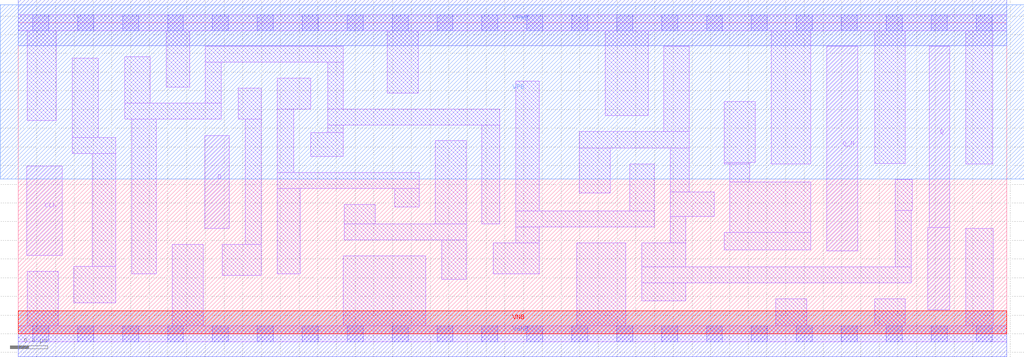
<source format=lef>
# Copyright 2020 The SkyWater PDK Authors
#
# Licensed under the Apache License, Version 2.0 (the "License");
# you may not use this file except in compliance with the License.
# You may obtain a copy of the License at
#
#     https://www.apache.org/licenses/LICENSE-2.0
#
# Unless required by applicable law or agreed to in writing, software
# distributed under the License is distributed on an "AS IS" BASIS,
# WITHOUT WARRANTIES OR CONDITIONS OF ANY KIND, either express or implied.
# See the License for the specific language governing permissions and
# limitations under the License.
#
# SPDX-License-Identifier: Apache-2.0

VERSION 5.7 ;
  NOWIREEXTENSIONATPIN ON ;
  DIVIDERCHAR "/" ;
  BUSBITCHARS "[]" ;
MACRO sky130_fd_sc_lp__dfxbp_2
  CLASS CORE ;
  FOREIGN sky130_fd_sc_lp__dfxbp_2 ;
  ORIGIN  0.000000  0.000000 ;
  SIZE  10.56000 BY  3.330000 ;
  SYMMETRY X Y R90 ;
  SITE unit ;
  PIN D
    ANTENNAGATEAREA  0.126000 ;
    DIRECTION INPUT ;
    USE SIGNAL ;
    PORT
      LAYER li1 ;
        RECT 1.995000 1.125000 2.255000 2.120000 ;
    END
  END D
  PIN Q
    ANTENNADIFFAREA  0.588000 ;
    DIRECTION OUTPUT ;
    USE SIGNAL ;
    PORT
      LAYER li1 ;
        RECT 9.720000 0.255000 9.955000 1.140000 ;
        RECT 9.735000 1.140000 9.955000 3.075000 ;
    END
  END Q
  PIN Q_N
    ANTENNADIFFAREA  0.588000 ;
    DIRECTION OUTPUT ;
    USE SIGNAL ;
    PORT
      LAYER li1 ;
        RECT 8.640000 0.885000 8.970000 3.075000 ;
    END
  END Q_N
  PIN CLK
    ANTENNAGATEAREA  0.159000 ;
    DIRECTION INPUT ;
    USE CLOCK ;
    PORT
      LAYER li1 ;
        RECT 0.090000 0.840000 0.470000 1.795000 ;
    END
  END CLK
  PIN VGND
    DIRECTION INOUT ;
    USE GROUND ;
    PORT
      LAYER met1 ;
        RECT 0.000000 -0.245000 10.560000 0.245000 ;
    END
  END VGND
  PIN VNB
    DIRECTION INOUT ;
    USE GROUND ;
    PORT
      LAYER pwell ;
        RECT 0.000000 0.000000 10.560000 0.245000 ;
    END
  END VNB
  PIN VPB
    DIRECTION INOUT ;
    USE POWER ;
    PORT
      LAYER nwell ;
        RECT -0.190000 1.655000 10.750000 3.520000 ;
    END
  END VPB
  PIN VPWR
    DIRECTION INOUT ;
    USE POWER ;
    PORT
      LAYER met1 ;
        RECT 0.000000 3.085000 10.560000 3.575000 ;
    END
  END VPWR
  OBS
    LAYER li1 ;
      RECT  0.000000 -0.085000 10.560000 0.085000 ;
      RECT  0.000000  3.245000 10.560000 3.415000 ;
      RECT  0.095000  0.085000  0.425000 0.670000 ;
      RECT  0.095000  2.280000  0.405000 3.245000 ;
      RECT  0.575000  1.930000  1.040000 2.100000 ;
      RECT  0.575000  2.100000  0.855000 2.950000 ;
      RECT  0.595000  0.330000  1.040000 0.720000 ;
      RECT  0.790000  0.720000  1.040000 1.930000 ;
      RECT  1.140000  2.295000  1.475000 2.300000 ;
      RECT  1.140000  2.300000  2.170000 2.470000 ;
      RECT  1.140000  2.470000  1.410000 2.965000 ;
      RECT  1.215000  0.640000  1.475000 2.295000 ;
      RECT  1.580000  2.640000  1.830000 3.245000 ;
      RECT  1.645000  0.085000  1.975000 0.955000 ;
      RECT  2.000000  2.470000  2.170000 2.905000 ;
      RECT  2.000000  2.905000  3.475000 3.075000 ;
      RECT  2.180000  0.625000  2.595000 0.955000 ;
      RECT  2.350000  2.300000  2.595000 2.630000 ;
      RECT  2.425000  0.955000  2.595000 2.300000 ;
      RECT  2.765000  0.640000  3.015000 1.555000 ;
      RECT  2.765000  1.555000  4.285000 1.725000 ;
      RECT  2.765000  1.725000  2.945000 2.405000 ;
      RECT  2.765000  2.405000  3.125000 2.735000 ;
      RECT  3.125000  1.895000  3.475000 2.155000 ;
      RECT  3.305000  2.155000  3.475000 2.235000 ;
      RECT  3.305000  2.235000  5.145000 2.405000 ;
      RECT  3.305000  2.405000  3.475000 2.905000 ;
      RECT  3.475000  0.085000  4.355000 0.835000 ;
      RECT  3.485000  1.005000  4.785000 1.175000 ;
      RECT  3.485000  1.175000  3.815000 1.385000 ;
      RECT  3.945000  2.575000  4.275000 3.245000 ;
      RECT  4.025000  1.355000  4.285000 1.555000 ;
      RECT  4.455000  1.175000  4.785000 2.065000 ;
      RECT  4.525000  0.585000  4.785000 1.005000 ;
      RECT  4.955000  1.175000  5.145000 2.235000 ;
      RECT  5.075000  0.640000  5.565000 0.975000 ;
      RECT  5.315000  0.975000  5.565000 1.145000 ;
      RECT  5.315000  1.145000  6.795000 1.315000 ;
      RECT  5.315000  1.315000  5.565000 2.705000 ;
      RECT  5.970000  0.085000  6.490000 0.975000 ;
      RECT  5.995000  1.505000  6.325000 1.985000 ;
      RECT  5.995000  1.985000  7.170000 2.165000 ;
      RECT  6.270000  2.335000  6.730000 3.245000 ;
      RECT  6.535000  1.315000  6.795000 1.815000 ;
      RECT  6.660000  0.355000  7.135000 0.545000 ;
      RECT  6.660000  0.545000  9.540000 0.715000 ;
      RECT  6.660000  0.715000  7.135000 0.975000 ;
      RECT  6.900000  2.165000  7.170000 3.075000 ;
      RECT  6.965000  0.975000  7.135000 1.255000 ;
      RECT  6.965000  1.255000  7.435000 1.515000 ;
      RECT  6.965000  1.515000  7.170000 1.985000 ;
      RECT  7.545000  0.895000  8.470000 1.085000 ;
      RECT  7.545000  1.815000  7.815000 1.830000 ;
      RECT  7.545000  1.830000  7.875000 2.485000 ;
      RECT  7.605000  1.085000  8.470000 1.625000 ;
      RECT  7.605000  1.625000  7.815000 1.815000 ;
      RECT  8.045000  1.815000  8.470000 3.245000 ;
      RECT  8.095000  0.085000  8.425000 0.375000 ;
      RECT  9.150000  0.085000  9.480000 0.375000 ;
      RECT  9.150000  1.820000  9.480000 3.245000 ;
      RECT  9.370000  0.715000  9.540000 1.320000 ;
      RECT  9.370000  1.320000  9.555000 1.650000 ;
      RECT 10.125000  0.085000 10.420000 1.125000 ;
      RECT 10.125000  1.815000 10.415000 3.245000 ;
    LAYER mcon ;
      RECT  0.155000 -0.085000  0.325000 0.085000 ;
      RECT  0.155000  3.245000  0.325000 3.415000 ;
      RECT  0.635000 -0.085000  0.805000 0.085000 ;
      RECT  0.635000  3.245000  0.805000 3.415000 ;
      RECT  1.115000 -0.085000  1.285000 0.085000 ;
      RECT  1.115000  3.245000  1.285000 3.415000 ;
      RECT  1.595000 -0.085000  1.765000 0.085000 ;
      RECT  1.595000  3.245000  1.765000 3.415000 ;
      RECT  2.075000 -0.085000  2.245000 0.085000 ;
      RECT  2.075000  3.245000  2.245000 3.415000 ;
      RECT  2.555000 -0.085000  2.725000 0.085000 ;
      RECT  2.555000  3.245000  2.725000 3.415000 ;
      RECT  3.035000 -0.085000  3.205000 0.085000 ;
      RECT  3.035000  3.245000  3.205000 3.415000 ;
      RECT  3.515000 -0.085000  3.685000 0.085000 ;
      RECT  3.515000  3.245000  3.685000 3.415000 ;
      RECT  3.995000 -0.085000  4.165000 0.085000 ;
      RECT  3.995000  3.245000  4.165000 3.415000 ;
      RECT  4.475000 -0.085000  4.645000 0.085000 ;
      RECT  4.475000  3.245000  4.645000 3.415000 ;
      RECT  4.955000 -0.085000  5.125000 0.085000 ;
      RECT  4.955000  3.245000  5.125000 3.415000 ;
      RECT  5.435000 -0.085000  5.605000 0.085000 ;
      RECT  5.435000  3.245000  5.605000 3.415000 ;
      RECT  5.915000 -0.085000  6.085000 0.085000 ;
      RECT  5.915000  3.245000  6.085000 3.415000 ;
      RECT  6.395000 -0.085000  6.565000 0.085000 ;
      RECT  6.395000  3.245000  6.565000 3.415000 ;
      RECT  6.875000 -0.085000  7.045000 0.085000 ;
      RECT  6.875000  3.245000  7.045000 3.415000 ;
      RECT  7.355000 -0.085000  7.525000 0.085000 ;
      RECT  7.355000  3.245000  7.525000 3.415000 ;
      RECT  7.835000 -0.085000  8.005000 0.085000 ;
      RECT  7.835000  3.245000  8.005000 3.415000 ;
      RECT  8.315000 -0.085000  8.485000 0.085000 ;
      RECT  8.315000  3.245000  8.485000 3.415000 ;
      RECT  8.795000 -0.085000  8.965000 0.085000 ;
      RECT  8.795000  3.245000  8.965000 3.415000 ;
      RECT  9.275000 -0.085000  9.445000 0.085000 ;
      RECT  9.275000  3.245000  9.445000 3.415000 ;
      RECT  9.755000 -0.085000  9.925000 0.085000 ;
      RECT  9.755000  3.245000  9.925000 3.415000 ;
      RECT 10.235000 -0.085000 10.405000 0.085000 ;
      RECT 10.235000  3.245000 10.405000 3.415000 ;
  END
END sky130_fd_sc_lp__dfxbp_2
END LIBRARY

</source>
